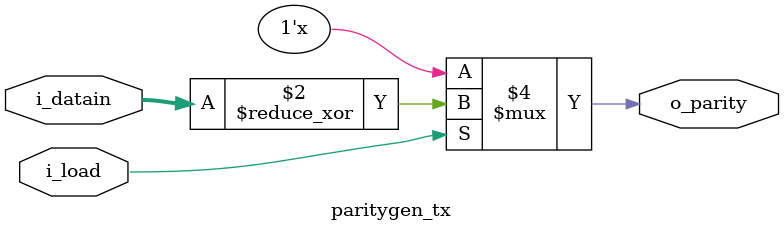
<source format=v>

  module paritygen_tx(i_datain,i_load,o_parity);
     input [7:0] i_datain;
	 input i_load;
	 output reg o_parity;
	  
	 always@(i_load,i_datain)
        begin
		    if(i_load)
			   o_parity = ^ (i_datain) ; // reduction operation of XOR
        end    		  
  endmodule
  
</source>
